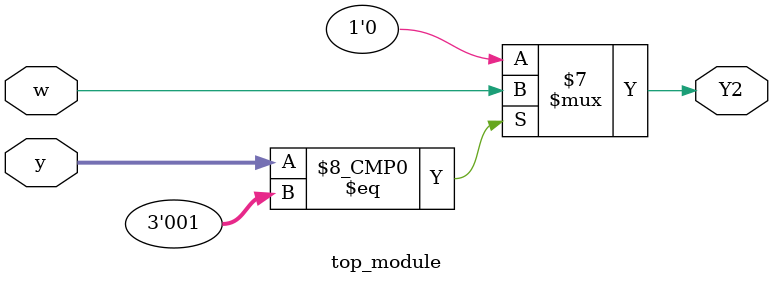
<source format=sv>
module top_module(
    input [3:1] y,
    input w,
    output reg Y2);
    
    always @(*) begin
        case (y)
            3'b000: Y2 = 1'b0;                      // State A -> Y2 is 0 (always)
            3'b001: Y2 = w;                         // State B -> Y2 is w
            3'b010: Y2 = 1'b0;                      // State C -> Y2 is 0 (always)
            3'b011: Y2 = 1'b0;                      // State D -> Y2 is 0 (always)
            3'b100: Y2 = 1'b0;                      // State E -> Y2 is 0 (always)
            3'b101: Y2 = 1'b0;                      // State F -> Y2 is 0 (always)
            default: Y2 = 1'b0;                     // Default case for safety
        endcase
    end
    
endmodule

</source>
